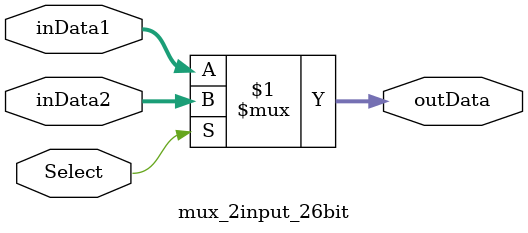
<source format=v>
/* Only have 2 sizes of 2-input MUXes: 32-bit inputs and 5-bit inputs
 Both of the MUXes are modeled off of the S_regFile MUX_N_Mbit */

module mux_2input_32bit(Select, inData1, inData2, outData);

   /* This mux is to choose b/w register value or address info as input to ALU
    NOTE: when Select is 1, the first input (inData[31:0]) is selected  */
     
   input wire Select;  
   input wire [31:0] inData1, inData2;
   output wire [31:0] outData;
   
   /* NOTE: when Select is 0 the first input (inData[63:31]) is selected */
   assign outData = Select?inData2:inData1;
   
endmodule // Mux_64_32bit

/* This mux is to choose how to increment PC */

module mux_3input_32bit(Select, inData1, inData2, inData3, outData);

   input wire [1:0] Select;
   input wire [31:0] inData1, inData2, inData3;
   output wire [31:0] outData;

   assign outData = (Select == 0)?inData1:(Select == 1)?inData2:inData3;

endmodule // Mux_3input_32bit



/* This mux is to choose which REG to write to in REG_FILE */

module mux_2input_5bit(Select, inData1, inData2, outData);
   
   input wire Select;
   input wire [4:0] inData1, inData2;
   output wire [4:0] outData;
     
   assign outData = Select?inData2:inData1;
   
endmodule // Mux_10_5bit

module mux_2input_26bit(Select, inData1, inData2, outData);

   input wire Select;
   input wire [25:0] inData1, inData2;
   output wire [25:0] outData;

   assign outData = Select?inData2:inData1;
  
endmodule // mux_2input_26bit

</source>
